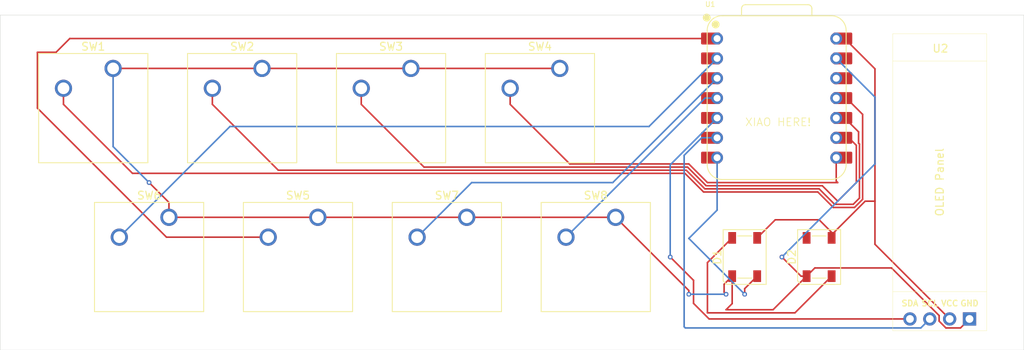
<source format=kicad_pcb>
(kicad_pcb (version 20241229) (generator "pcbnew") (generator_version "9.0")
  (layers (0 "F.Cu" signal) (2 "B.Cu" signal) (13 "F.Paste" user) (15 "B.Paste" user) (5 "F.SilkS" user "F.Silkscreen") (7 "B.SilkS" user "B.Silkscreen") (1 "F.Mask" user) (3 "B.Mask" user) (25 "Edge.Cuts" user))
  (net 0 "")
  (net 1 "GND")
  (net 2 "Net-(D1-DIN)")
  (net 3 "+5V")
  (net 4 "Net-(D1-DOUT)")
  (net 6 "Net-(U1-GPIO29{slash}ADC3{slash}A3)")
  (net 7 "Net-(U1-GPIO3{slash}MOSI)")
  (net 8 "Net-(U1-GPIO4{slash}MISO)")
  (net 9 "Net-(U1-GPIO2{slash}SCK)")
  (net 10 "Net-(U1-GPIO1{slash}RX)")
  (net 11 "Net-(U1-GPIO26{slash}ADC0{slash}A0)")
  (net 12 "Net-(U1-GPIO27{slash}ADC1{slash}A1)")
  (net 13 "Net-(U1-GPIO28{slash}ADC2{slash}A2)")
  (net 15 "Net-(U1-GPIO7{slash}SCL)")
  (net 16 "Net-(U1-GPIO6{slash}SDA)")
  (footprint "Button_Switch_Keyboard:SW_Cherry_MX_1.00u_PCB" (layer "F.Cu") (at 126.365 111.60125)
    (property "Reference" "SW5" (at -2.54 -2.794 0) (layer "F.SilkS"))
    (property "Value" "SW_Push")
    (fp_line (start -9.525 -1.905) (end 4.445 -1.905) (stroke (width 0.12)) (layer "F.SilkS"))
    (fp_line (start -9.525 12.065) (end -9.525 -1.905) (stroke (width 0.12)) (layer "F.SilkS"))
    (fp_line (start 4.445 -1.905) (end 4.445 12.065) (stroke (width 0.12)) (layer "F.SilkS"))
    (fp_line (start 4.445 12.065) (end -9.525 12.065) (stroke (width 0.12)) (layer "F.SilkS"))
    (pad "" np_thru_hole circle (at -7.62 5.08) (size 1.7 1.7) (drill 1.7) (layers "*.Cu" "*.Mask"))
    (pad "" np_thru_hole circle (at -2.54 5.08) (size 4 4) (drill 4) (layers "*.Cu" "*.Mask"))
    (pad "" np_thru_hole circle (at 2.54 5.08) (size 1.7 1.7) (drill 1.7) (layers "*.Cu" "*.Mask"))
    (pad "1" thru_hole circle (at 0 0) (size 2.2 2.2) (drill 1.5) (layers "*.Cu" "*.Mask") (net 1 "GND"))
    (pad "2" thru_hole circle (at -6.35 2.54) (size 2.2 2.2) (drill 1.5) (layers "*.Cu" "*.Mask") (net 11 "Net-(U1-GPIO26{slash}ADC0{slash}A0)"))
  )
  (footprint "Button_Switch_Keyboard:SW_Cherry_MX_1.00u_PCB" (layer "F.Cu") (at 164.465 111.60125)
    (property "Reference" "SW8" (at -2.54 -2.794 0) (layer "F.SilkS"))
    (property "Value" "SW_Push")
    (fp_line (start -9.525 -1.905) (end 4.445 -1.905) (stroke (width 0.12)) (layer "F.SilkS"))
    (fp_line (start -9.525 12.065) (end -9.525 -1.905) (stroke (width 0.12)) (layer "F.SilkS"))
    (fp_line (start 4.445 -1.905) (end 4.445 12.065) (stroke (width 0.12)) (layer "F.SilkS"))
    (fp_line (start 4.445 12.065) (end -9.525 12.065) (stroke (width 0.12)) (layer "F.SilkS"))
    (pad "" np_thru_hole circle (at -7.62 5.08) (size 1.7 1.7) (drill 1.7) (layers "*.Cu" "*.Mask"))
    (pad "" np_thru_hole circle (at -2.54 5.08) (size 4 4) (drill 4) (layers "*.Cu" "*.Mask"))
    (pad "" np_thru_hole circle (at 2.54 5.08) (size 1.7 1.7) (drill 1.7) (layers "*.Cu" "*.Mask"))
    (pad "1" thru_hole circle (at 0 0) (size 2.2 2.2) (drill 1.5) (layers "*.Cu" "*.Mask") (net 1 "GND"))
    (pad "2" thru_hole circle (at -6.35 2.54) (size 2.2 2.2) (drill 1.5) (layers "*.Cu" "*.Mask") (net 6 "Net-(U1-GPIO29{slash}ADC3{slash}A3)"))
  )
  (footprint "LED_SMD:LED_SK6812_PLCC4_5.0x5.0mm_P3.2mm" (layer "F.Cu") (at 190.5 116.68125 90)
    (property "Reference" "D2" (at 0 -3.5 90) (layer "F.SilkS"))
    (property "Value" "SK6812")
    (fp_line (start 3.5 -2.75) (end -3.05 -2.75) (stroke (width 0.12)) (layer "F.SilkS"))
    (fp_line (start -3.05 -2.75) (end -3.5 -2.3) (stroke (width 0.12)) (layer "F.SilkS"))
    (fp_line (start -3.5 -2.3) (end -3.5 2.75) (stroke (width 0.12)) (layer "F.SilkS"))
    (fp_line (start 2.7 -0.9) (end 2.7 0.9) (stroke (width 0.12)) (layer "F.SilkS"))
    (fp_line (start -2.7 -0.9) (end -2.7 0.9) (stroke (width 0.12)) (layer "F.SilkS"))
    (fp_line (start 3.5 2.75) (end 3.5 -2.75) (stroke (width 0.12)) (layer "F.SilkS"))
    (fp_line (start 3.5 2.75) (end -3.5 2.75) (stroke (width 0.12)) (layer "F.SilkS"))
    (pad "1" smd rect (at -2.45 -1.6 270) (size 1.5 1) (layers "F.Cu" "F.Mask" "F.Paste") (net 1 "GND"))
    (pad "2" smd rect (at -2.45 1.6 270) (size 1.5 1) (layers "F.Cu" "F.Mask" "F.Paste") (net 4 "Net-(D1-DOUT)"))
    (pad "3" smd rect (at 2.45 1.6 270) (size 1.5 1) (layers "F.Cu" "F.Mask" "F.Paste") (net 3 "+5V"))
    (pad "4" smd rect (at 2.45 -1.6 270) (size 1.5 1) (layers "F.Cu" "F.Mask" "F.Paste"))
  )
  (footprint "Button_Switch_Keyboard:SW_Cherry_MX_1.00u_PCB" (layer "F.Cu") (at 119.22125 92.55125)
    (property "Reference" "SW2" (at -2.54 -2.794 0) (layer "F.SilkS"))
    (property "Value" "SW_Push")
    (fp_line (start -9.525 -1.905) (end 4.445 -1.905) (stroke (width 0.12)) (layer "F.SilkS"))
    (fp_line (start -9.525 12.065) (end -9.525 -1.905) (stroke (width 0.12)) (layer "F.SilkS"))
    (fp_line (start 4.445 -1.905) (end 4.445 12.065) (stroke (width 0.12)) (layer "F.SilkS"))
    (fp_line (start 4.445 12.065) (end -9.525 12.065) (stroke (width 0.12)) (layer "F.SilkS"))
    (pad "" np_thru_hole circle (at -7.62 5.08) (size 1.7 1.7) (drill 1.7) (layers "*.Cu" "*.Mask"))
    (pad "" np_thru_hole circle (at -2.54 5.08) (size 4 4) (drill 4) (layers "*.Cu" "*.Mask"))
    (pad "" np_thru_hole circle (at 2.54 5.08) (size 1.7 1.7) (drill 1.7) (layers "*.Cu" "*.Mask"))
    (pad "1" thru_hole circle (at 0 0) (size 2.2 2.2) (drill 1.5) (layers "*.Cu" "*.Mask") (net 1 "GND"))
    (pad "2" thru_hole circle (at -6.35 2.54) (size 2.2 2.2) (drill 1.5) (layers "*.Cu" "*.Mask") (net 8 "Net-(U1-GPIO4{slash}MISO)"))
  )
  (footprint "LED_SMD:LED_SK6812_PLCC4_5.0x5.0mm_P3.2mm" (layer "F.Cu") (at 180.975 116.68125 90)
    (property "Reference" "D1" (at 0 -3.5 90) (layer "F.SilkS"))
    (property "Value" "SK6812")
    (fp_line (start 3.5 -2.75) (end -3.05 -2.75) (stroke (width 0.12)) (layer "F.SilkS"))
    (fp_line (start -3.05 -2.75) (end -3.5 -2.3) (stroke (width 0.12)) (layer "F.SilkS"))
    (fp_line (start -3.5 -2.3) (end -3.5 2.75) (stroke (width 0.12)) (layer "F.SilkS"))
    (fp_line (start 2.7 -0.9) (end 2.7 0.9) (stroke (width 0.12)) (layer "F.SilkS"))
    (fp_line (start -2.7 -0.9) (end -2.7 0.9) (stroke (width 0.12)) (layer "F.SilkS"))
    (fp_line (start 3.5 2.75) (end 3.5 -2.75) (stroke (width 0.12)) (layer "F.SilkS"))
    (fp_line (start 3.5 2.75) (end -3.5 2.75) (stroke (width 0.12)) (layer "F.SilkS"))
    (pad "1" smd rect (at -2.45 -1.6 270) (size 1.5 1) (layers "F.Cu" "F.Mask" "F.Paste") (net 1 "GND"))
    (pad "2" smd rect (at -2.45 1.6 270) (size 1.5 1) (layers "F.Cu" "F.Mask" "F.Paste") (net 2 "Net-(D1-DIN)"))
    (pad "3" smd rect (at 2.45 1.6 270) (size 1.5 1) (layers "F.Cu" "F.Mask" "F.Paste") (net 3 "+5V"))
    (pad "4" smd rect (at 2.45 -1.6 270) (size 1.5 1) (layers "F.Cu" "F.Mask" "F.Paste") (net 4 "Net-(D1-DOUT)"))
  )
  (footprint "Seeed Studio XIAO Series Library:XIAO-RP2040-DIP" (layer "F.Cu") (at 185.06924 96.34727)
    (property "Reference" "U1" (at -8.5 -12 0) (layer "F.SilkS") (effects (font (size 0.635 0.635) (thickness 0.1016))))
    (property "Value" "XIAO-RP2040-DIP")
    (fp_line (start -8.89 8.509) (end -8.89 -8.636) (stroke (width 0.127)) (layer "F.SilkS"))
    (fp_line (start -6.985 10.414) (end 6.985 10.414) (stroke (width 0.127)) (layer "F.SilkS"))
    (fp_line (start -4.495 -10.541) (end -4.491272 -11.451272) (stroke (width 0.127)) (layer "F.SilkS"))
    (fp_line (start -3.991272 -11.951) (end 4.004 -11.951) (stroke (width 0.127)) (layer "F.SilkS"))
    (fp_line (start 4.504 -11.451) (end 4.504 -10.541) (stroke (width 0.127)) (layer "F.SilkS"))
    (fp_line (start 6.985 -10.541) (end -6.985 -10.541) (stroke (width 0.1)) (layer "F.SilkS"))
    (fp_line (start 6.985 -10.541) (end -6.985 -10.541) (stroke (width 0.127)) (layer "F.SilkS"))
    (fp_line (start 8.89 8.509) (end 8.89 -8.636) (stroke (width 0.127)) (layer "F.SilkS"))
    (fp_arc (start -8.89 -8.636) (mid -8.332038 -9.983038) (end -6.985 -10.541) (stroke (width 0.127)) (layer "F.SilkS"))
    (fp_arc (start -6.985 10.414) (mid -8.332038 9.856038) (end -8.89 8.509) (stroke (width 0.127)) (layer "F.SilkS"))
    (fp_arc (start -4.491272 -11.451272) (mid -4.344728 -11.80464) (end -3.991272 -11.951) (stroke (width 0.127)) (layer "F.SilkS"))
    (fp_arc (start 4.004 -11.951) (mid 4.357553 -11.804553) (end 4.504 -11.451) (stroke (width 0.127)) (layer "F.SilkS"))
    (fp_arc (start 6.985 -10.541) (mid 8.332038 -9.983038) (end 8.89 -8.636) (stroke (width 0.127)) (layer "F.SilkS"))
    (fp_arc (start 8.89 8.509) (mid 8.332038 9.856038) (end 6.985 10.414) (stroke (width 0.127)) (layer "F.SilkS"))
    (fp_circle (center -8.95 -10.3) (end -8.95 -10.554) (stroke (width 0.5)) (fill yes) (layer "F.SilkS"))
    (fp_circle (center -7.807 -9.42) (end -7.807 -9.674) (stroke (width 0.5)) (fill yes) (layer "F.SilkS"))
    (pad "1" smd roundrect (at -8.455 -7.62 180) (size 2.432 1.524) (layers "F.Cu" "F.Mask") (roundrect_rratio 0.1) (net 11 "Net-(U1-GPIO26{slash}ADC0{slash}A0)"))
    (pad "1" thru_hole circle (at -7.62 -7.62 180) (size 1.524 1.524) (drill 0.889) (layers "*.Cu" "*.Mask") (net 11 "Net-(U1-GPIO26{slash}ADC0{slash}A0)"))
    (pad "2" smd roundrect (at -8.455 -5.08 180) (size 2.432 1.524) (layers "F.Cu" "F.Mask") (roundrect_rratio 0.1) (net 12 "Net-(U1-GPIO27{slash}ADC1{slash}A1)"))
    (pad "2" thru_hole circle (at -7.62 -5.08 180) (size 1.524 1.524) (drill 0.889) (layers "*.Cu" "*.Mask") (net 12 "Net-(U1-GPIO27{slash}ADC1{slash}A1)"))
    (pad "3" smd roundrect (at -8.455 -2.54 180) (size 2.432 1.524) (layers "F.Cu" "F.Mask") (roundrect_rratio 0.1) (net 13 "Net-(U1-GPIO28{slash}ADC2{slash}A2)"))
    (pad "3" thru_hole circle (at -7.62 -2.54 180) (size 1.524 1.524) (drill 0.889) (layers "*.Cu" "*.Mask") (net 13 "Net-(U1-GPIO28{slash}ADC2{slash}A2)"))
    (pad "4" smd roundrect (at -8.455 0 180) (size 2.432 1.524) (layers "F.Cu" "F.Mask") (roundrect_rratio 0.1) (net 6 "Net-(U1-GPIO29{slash}ADC3{slash}A3)"))
    (pad "4" thru_hole circle (at -7.62 0 180) (size 1.524 1.524) (drill 0.889) (layers "*.Cu" "*.Mask") (net 6 "Net-(U1-GPIO29{slash}ADC3{slash}A3)"))
    (pad "5" smd roundrect (at -8.455 2.54 180) (size 2.432 1.524) (layers "F.Cu" "F.Mask") (roundrect_rratio 0.1) (net 16 "Net-(U1-GPIO6{slash}SDA)"))
    (pad "5" thru_hole circle (at -7.62 2.54 180) (size 1.524 1.524) (drill 0.889) (layers "*.Cu" "*.Mask") (net 16 "Net-(U1-GPIO6{slash}SDA)"))
    (pad "6" smd roundrect (at -8.455 5.08 180) (size 2.432 1.524) (layers "F.Cu" "F.Mask") (roundrect_rratio 0.1) (net 15 "Net-(U1-GPIO7{slash}SCL)"))
    (pad "6" thru_hole circle (at -7.62 5.08 180) (size 1.524 1.524) (drill 0.889) (layers "*.Cu" "*.Mask") (net 15 "Net-(U1-GPIO7{slash}SCL)"))
    (pad "7" smd roundrect (at -8.455 7.62 180) (size 2.432 1.524) (layers "F.Cu" "F.Mask") (roundrect_rratio 0.1) (net 2 "Net-(D1-DIN)"))
    (pad "7" thru_hole circle (at -7.62 7.62 180) (size 1.524 1.524) (drill 0.889) (layers "*.Cu" "*.Mask") (net 2 "Net-(D1-DIN)"))
    (pad "8" thru_hole circle (at 7.62 7.62) (size 1.524 1.524) (drill 0.889) (layers "*.Cu" "*.Mask") (net 10 "Net-(U1-GPIO1{slash}RX)"))
    (pad "8" smd roundrect (at 8.455 7.62) (size 2.432 1.524) (layers "F.Cu" "F.Mask") (roundrect_rratio 0.1) (net 10 "Net-(U1-GPIO1{slash}RX)"))
    (pad "9" thru_hole circle (at 7.62 5.08) (size 1.524 1.524) (drill 0.889) (layers "*.Cu" "*.Mask") (net 9 "Net-(U1-GPIO2{slash}SCK)"))
    (pad "9" smd roundrect (at 8.455 5.08) (size 2.432 1.524) (layers "F.Cu" "F.Mask") (roundrect_rratio 0.1) (net 9 "Net-(U1-GPIO2{slash}SCK)"))
    (pad "10" thru_hole circle (at 7.62 2.54) (size 1.524 1.524) (drill 0.889) (layers "*.Cu" "*.Mask") (net 8 "Net-(U1-GPIO4{slash}MISO)"))
    (pad "10" smd roundrect (at 8.455 2.54) (size 2.432 1.524) (layers "F.Cu" "F.Mask") (roundrect_rratio 0.1) (net 8 "Net-(U1-GPIO4{slash}MISO)"))
    (pad "11" thru_hole circle (at 7.62 0) (size 1.524 1.524) (drill 0.889) (layers "*.Cu" "*.Mask") (net 7 "Net-(U1-GPIO3{slash}MOSI)"))
    (pad "11" smd roundrect (at 8.455 0) (size 2.432 1.524) (layers "F.Cu" "F.Mask") (roundrect_rratio 0.1) (net 7 "Net-(U1-GPIO3{slash}MOSI)"))
    (pad "12" thru_hole circle (at 7.62 -2.54) (size 1.524 1.524) (drill 0.889) (layers "*.Cu" "*.Mask"))
    (pad "12" smd roundrect (at 8.455 -2.54) (size 2.432 1.524) (layers "F.Cu" "F.Mask") (roundrect_rratio 0.1))
    (pad "13" thru_hole circle (at 7.62 -5.08) (size 1.524 1.524) (drill 0.889) (layers "*.Cu" "*.Mask") (net 1 "GND"))
    (pad "13" smd roundrect (at 8.455 -5.08) (size 2.432 1.524) (layers "F.Cu" "F.Mask") (roundrect_rratio 0.1) (net 1 "GND"))
    (pad "14" thru_hole circle (at 7.62 -7.62) (size 1.524 1.524) (drill 0.889) (layers "*.Cu" "*.Mask") (net 3 "+5V"))
    (pad "14" smd roundrect (at 8.455 -7.62) (size 2.432 1.524) (layers "F.Cu" "F.Mask") (roundrect_rratio 0.1) (net 3 "+5V"))
  )
  (footprint "Button_Switch_Keyboard:SW_Cherry_MX_1.00u_PCB" (layer "F.Cu") (at 107.315 111.60125)
    (property "Reference" "SW6" (at -2.54 -2.794 0) (layer "F.SilkS"))
    (property "Value" "SW_Push")
    (fp_line (start -9.525 -1.905) (end 4.445 -1.905) (stroke (width 0.12)) (layer "F.SilkS"))
    (fp_line (start -9.525 12.065) (end -9.525 -1.905) (stroke (width 0.12)) (layer "F.SilkS"))
    (fp_line (start 4.445 -1.905) (end 4.445 12.065) (stroke (width 0.12)) (layer "F.SilkS"))
    (fp_line (start 4.445 12.065) (end -9.525 12.065) (stroke (width 0.12)) (layer "F.SilkS"))
    (pad "" np_thru_hole circle (at -7.62 5.08) (size 1.7 1.7) (drill 1.7) (layers "*.Cu" "*.Mask"))
    (pad "" np_thru_hole circle (at -2.54 5.08) (size 4 4) (drill 4) (layers "*.Cu" "*.Mask"))
    (pad "" np_thru_hole circle (at 2.54 5.08) (size 1.7 1.7) (drill 1.7) (layers "*.Cu" "*.Mask"))
    (pad "1" thru_hole circle (at 0 0) (size 2.2 2.2) (drill 1.5) (layers "*.Cu" "*.Mask") (net 1 "GND"))
    (pad "2" thru_hole circle (at -6.35 2.54) (size 2.2 2.2) (drill 1.5) (layers "*.Cu" "*.Mask") (net 12 "Net-(U1-GPIO27{slash}ADC1{slash}A1)"))
  )
  (footprint "Button_Switch_Keyboard:SW_Cherry_MX_1.00u_PCB" (layer "F.Cu") (at 100.17125 92.55125)
    (property "Reference" "SW1" (at -2.54 -2.794 0) (layer "F.SilkS"))
    (property "Value" "SW_Push")
    (fp_line (start -9.525 -1.905) (end 4.445 -1.905) (stroke (width 0.12)) (layer "F.SilkS"))
    (fp_line (start -9.525 12.065) (end -9.525 -1.905) (stroke (width 0.12)) (layer "F.SilkS"))
    (fp_line (start 4.445 -1.905) (end 4.445 12.065) (stroke (width 0.12)) (layer "F.SilkS"))
    (fp_line (start 4.445 12.065) (end -9.525 12.065) (stroke (width 0.12)) (layer "F.SilkS"))
    (pad "" np_thru_hole circle (at -7.62 5.08) (size 1.7 1.7) (drill 1.7) (layers "*.Cu" "*.Mask"))
    (pad "" np_thru_hole circle (at -2.54 5.08) (size 4 4) (drill 4) (layers "*.Cu" "*.Mask"))
    (pad "" np_thru_hole circle (at 2.54 5.08) (size 1.7 1.7) (drill 1.7) (layers "*.Cu" "*.Mask"))
    (pad "1" thru_hole circle (at 0 0) (size 2.2 2.2) (drill 1.5) (layers "*.Cu" "*.Mask") (net 1 "GND"))
    (pad "2" thru_hole circle (at -6.35 2.54) (size 2.2 2.2) (drill 1.5) (layers "*.Cu" "*.Mask") (net 7 "Net-(U1-GPIO3{slash}MOSI)"))
  )
  (footprint "KiCad-SSD1306-0.91-OLED-4pin-128x32.pretty-master:SSD1306-0.91-OLED-4pin-128x32" (layer "F.Cu") (at 211.93125 88.10625 -90)
    (property "Reference" "U2" (at 1.9 5.91 0) (layer "F.SilkS"))
    (property "Value" "~")
    (fp_line (start 0 12) (end 38 12) (stroke (width 0.04)) (layer "F.SilkS"))
    (fp_line (start 38 12) (end 38 0) (stroke (width 0.04)) (layer "F.SilkS"))
    (fp_line (start 0 0) (end 0 12) (stroke (width 0.04)) (layer "F.SilkS"))
    (fp_line (start 3.5 0) (end 3.5 12) (stroke (width 0.04)) (layer "F.SilkS"))
    (fp_line (start 33 0) (end 33 12) (stroke (width 0.04)) (layer "F.SilkS"))
    (fp_line (start 38 0) (end 0 0) (stroke (width 0.04)) (layer "F.SilkS"))
    (fp_text user "GND" (at 34.5 2.19 0) (layer "F.SilkS") (effects (font (size 0.75 0.75))))
    (fp_text user "OLED Panel" (at 19 6 90) (layer "F.SilkS"))
    (fp_text user "SCL" (at 34.5 7.27 0) (layer "F.SilkS") (effects (font (size 0.75 0.75))))
    (fp_text user "VCC" (at 34.5 4.73 0) (layer "F.SilkS") (effects (font (size 0.75 0.75))))
    (fp_text user "SDA" (at 34.5 9.81 0) (layer "F.SilkS") (effects (font (size 0.75 0.75))))
    (pad "1" thru_hole rect (at 36.5 2.19 270) (size 1.7 1.7) (drill 1) (layers "*.Cu" "*.Mask") (net 1 "GND"))
    (pad "2" thru_hole oval (at 36.5 4.73 270) (size 1.7 1.7) (drill 1) (layers "*.Cu" "*.Mask") (net 3 "+5V"))
    (pad "3" thru_hole oval (at 36.5 7.27 270) (size 1.7 1.7) (drill 1) (layers "*.Cu" "*.Mask") (net 15 "Net-(U1-GPIO7{slash}SCL)"))
    (pad "4" thru_hole oval (at 36.5 9.81 270) (size 1.7 1.7) (drill 1) (layers "*.Cu" "*.Mask") (net 16 "Net-(U1-GPIO6{slash}SDA)"))
  )
  (footprint "Button_Switch_Keyboard:SW_Cherry_MX_1.00u_PCB" (layer "F.Cu") (at 138.27125 92.55125)
    (property "Reference" "SW3" (at -2.54 -2.794 0) (layer "F.SilkS"))
    (property "Value" "SW_Push")
    (fp_line (start -9.525 -1.905) (end 4.445 -1.905) (stroke (width 0.12)) (layer "F.SilkS"))
    (fp_line (start -9.525 12.065) (end -9.525 -1.905) (stroke (width 0.12)) (layer "F.SilkS"))
    (fp_line (start 4.445 -1.905) (end 4.445 12.065) (stroke (width 0.12)) (layer "F.SilkS"))
    (fp_line (start 4.445 12.065) (end -9.525 12.065) (stroke (width 0.12)) (layer "F.SilkS"))
    (pad "" np_thru_hole circle (at -7.62 5.08) (size 1.7 1.7) (drill 1.7) (layers "*.Cu" "*.Mask"))
    (pad "" np_thru_hole circle (at -2.54 5.08) (size 4 4) (drill 4) (layers "*.Cu" "*.Mask"))
    (pad "" np_thru_hole circle (at 2.54 5.08) (size 1.7 1.7) (drill 1.7) (layers "*.Cu" "*.Mask"))
    (pad "1" thru_hole circle (at 0 0) (size 2.2 2.2) (drill 1.5) (layers "*.Cu" "*.Mask") (net 1 "GND"))
    (pad "2" thru_hole circle (at -6.35 2.54) (size 2.2 2.2) (drill 1.5) (layers "*.Cu" "*.Mask") (net 9 "Net-(U1-GPIO2{slash}SCK)"))
  )
  (footprint "Button_Switch_Keyboard:SW_Cherry_MX_1.00u_PCB" (layer "F.Cu") (at 145.415 111.60125)
    (property "Reference" "SW7" (at -2.54 -2.794 0) (layer "F.SilkS"))
    (property "Value" "SW_Push")
    (fp_line (start -9.525 -1.905) (end 4.445 -1.905) (stroke (width 0.12)) (layer "F.SilkS"))
    (fp_line (start -9.525 12.065) (end -9.525 -1.905) (stroke (width 0.12)) (layer "F.SilkS"))
    (fp_line (start 4.445 -1.905) (end 4.445 12.065) (stroke (width 0.12)) (layer "F.SilkS"))
    (fp_line (start 4.445 12.065) (end -9.525 12.065) (stroke (width 0.12)) (layer "F.SilkS"))
    (pad "" np_thru_hole circle (at -7.62 5.08) (size 1.7 1.7) (drill 1.7) (layers "*.Cu" "*.Mask"))
    (pad "" np_thru_hole circle (at -2.54 5.08) (size 4 4) (drill 4) (layers "*.Cu" "*.Mask"))
    (pad "" np_thru_hole circle (at 2.54 5.08) (size 1.7 1.7) (drill 1.7) (layers "*.Cu" "*.Mask"))
    (pad "1" thru_hole circle (at 0 0) (size 2.2 2.2) (drill 1.5) (layers "*.Cu" "*.Mask") (net 1 "GND"))
    (pad "2" thru_hole circle (at -6.35 2.54) (size 2.2 2.2) (drill 1.5) (layers "*.Cu" "*.Mask") (net 13 "Net-(U1-GPIO28{slash}ADC2{slash}A2)"))
  )
  (footprint "Button_Switch_Keyboard:SW_Cherry_MX_1.00u_PCB" (layer "F.Cu") (at 157.32125 92.55125)
    (property "Reference" "SW4" (at -2.54 -2.794 0) (layer "F.SilkS"))
    (property "Value" "SW_Push")
    (fp_line (start -9.525 -1.905) (end 4.445 -1.905) (stroke (width 0.12)) (layer "F.SilkS"))
    (fp_line (start -9.525 12.065) (end -9.525 -1.905) (stroke (width 0.12)) (layer "F.SilkS"))
    (fp_line (start 4.445 -1.905) (end 4.445 12.065) (stroke (width 0.12)) (layer "F.SilkS"))
    (fp_line (start 4.445 12.065) (end -9.525 12.065) (stroke (width 0.12)) (layer "F.SilkS"))
    (pad "" np_thru_hole circle (at -7.62 5.08) (size 1.7 1.7) (drill 1.7) (layers "*.Cu" "*.Mask"))
    (pad "" np_thru_hole circle (at -2.54 5.08) (size 4 4) (drill 4) (layers "*.Cu" "*.Mask"))
    (pad "" np_thru_hole circle (at 2.54 5.08) (size 1.7 1.7) (drill 1.7) (layers "*.Cu" "*.Mask"))
    (pad "1" thru_hole circle (at 0 0) (size 2.2 2.2) (drill 1.5) (layers "*.Cu" "*.Mask") (net 1 "GND"))
    (pad "2" thru_hole circle (at -6.35 2.54) (size 2.2 2.2) (drill 1.5) (layers "*.Cu" "*.Mask") (net 10 "Net-(U1-GPIO1{slash}RX)"))
  )
  (gr_rect (start 85.725 85.725) (end 216.69375 128.5875) (stroke (width 0.05)) (fill no) (layer "Edge.Cuts"))
  (gr_text "XIAO HERE!" (at 180.975 100.0125 0) (layer "F.SilkS") (effects (font (size 1 1) (thickness 0.1)) (justify left bottom)))
  (segment (start 184.60725 123.424) (end 178.59375 123.424) (width 0.2) (layer "F.Cu") (net 1))
  (segment (start 145.415 111.60125) (end 126.365 111.60125) (width 0.2) (layer "F.Cu") (net 1))
  (segment (start 179.375 119.13125) (end 178.34375 120.1625) (width 0.2) (layer "F.Cu") (net 1))
  (segment (start 199.76301 118.08025) (end 189.951 118.08025) (width 0.2) (layer "F.Cu") (net 1))
  (segment (start 205.8529 124.88566) (end 205.8529 124.17014) (width 0.2) (layer "F.Cu") (net 1))
  (segment (start 188.9 119.13125) (end 184.60725 123.424) (width 0.2) (layer "F.Cu") (net 1))
  (segment (start 188.9 119.13125) (end 188.1875 119.13125) (width 0.2) (layer "F.Cu") (net 1))
  (segment (start 126.365 111.60125) (end 107.315 111.60125) (width 0.2) (layer "F.Cu") (net 1))
  (segment (start 205.8529 124.17014) (end 199.76301 118.08025) (width 0.2) (layer "F.Cu") (net 1))
  (segment (start 138.27125 92.55125) (end 157.32125 92.55125) (width 0.2) (layer "F.Cu") (net 1))
  (segment (start 173.83125 121.44375) (end 173.83125 120.9675) (width 0.2) (layer "F.Cu") (net 1))
  (segment (start 107.315 109.69625) (end 104.775 107.15625) (width 0.2) (layer "F.Cu") (net 1))
  (segment (start 179.375 122.64275) (end 179.375 119.13125) (width 0.2) (layer "F.Cu") (net 1))
  (segment (start 138.27125 92.55125) (end 119.22125 92.55125) (width 0.2) (layer "F.Cu") (net 1))
  (segment (start 209.74125 124.60625) (end 208.59025 125.75725) (width 0.2) (layer "F.Cu") (net 1))
  (segment (start 188.1875 119.13125) (end 185.7375 116.68125) (width 0.2) (layer "F.Cu") (net 1))
  (segment (start 107.315 111.60125) (end 107.315 109.69625) (width 0.2) (layer "F.Cu") (net 1))
  (segment (start 164.465 111.60125) (end 145.415 111.60125) (width 0.2) (layer "F.Cu") (net 1))
  (segment (start 206.72449 125.75725) (end 205.8529 124.88566) (width 0.2) (layer "F.Cu") (net 1))
  (segment (start 208.59025 125.75725) (end 206.72449 125.75725) (width 0.2) (layer "F.Cu") (net 1))
  (segment (start 178.34375 121.19375) (end 178.59375 121.44375) (width 0.2) (layer "F.Cu") (net 1))
  (segment (start 100.17125 92.55125) (end 119.22125 92.55125) (width 0.2) (layer "F.Cu") (net 1))
  (segment (start 178.59375 123.424) (end 179.375 122.64275) (width 0.2) (layer "F.Cu") (net 1))
  (segment (start 173.83125 120.9675) (end 164.465 111.60125) (width 0.2) (layer "F.Cu") (net 1))
  (segment (start 178.34375 120.1625) (end 178.34375 121.19375) (width 0.2) (layer "F.Cu") (net 1))
  (segment (start 189.951 118.08025) (end 188.9 119.13125) (width 0.2) (layer "F.Cu") (net 1))
  (via (at 185.7375 116.68125) (size 0.6) (drill 0.3) (layers "F.Cu" "B.Cu") (net 1))
  (via (at 173.83125 121.44375) (size 0.6) (drill 0.3) (layers "F.Cu" "B.Cu") (net 1))
  (via (at 104.775 107.15625) (size 0.6) (drill 0.3) (layers "F.Cu" "B.Cu") (net 1))
  (via (at 178.59375 121.44375) (size 0.6) (drill 0.3) (layers "F.Cu" "B.Cu") (net 1))
  (segment (start 197.64375 104.775) (end 197.64375 96.22178) (width 0.2) (layer "B.Cu") (net 1))
  (segment (start 197.64375 96.22178) (end 192.68924 91.26727) (width 0.2) (layer "B.Cu") (net 1))
  (segment (start 104.775 107.15625) (end 100.17125 102.5525) (width 0.2) (layer "B.Cu") (net 1))
  (segment (start 185.7375 116.68125) (end 197.64375 104.775) (width 0.2) (layer "B.Cu") (net 1))
  (segment (start 178.59375 121.44375) (end 173.83125 121.44375) (width 0.2) (layer "B.Cu") (net 1))
  (segment (start 100.17125 102.5525) (end 100.17125 92.55125) (width 0.2) (layer "B.Cu") (net 1))
  (segment (start 180.975 120.73125) (end 180.975 121.44375) (width 0.2) (layer "F.Cu") (net 2))
  (segment (start 182.575 119.13125) (end 180.975 120.73125) (width 0.2) (layer "F.Cu") (net 2))
  (via (at 180.975 121.44375) (size 0.6) (drill 0.3) (layers "F.Cu" "B.Cu") (net 2))
  (segment (start 177.44924 110.68201) (end 177.44924 103.96727) (width 0.2) (layer "B.Cu") (net 2))
  (segment (start 180.975 121.44375) (end 173.83125 114.3) (width 0.2) (layer "B.Cu") (net 2))
  (segment (start 173.83125 114.3) (end 177.44924 110.68201) (width 0.2) (layer "B.Cu") (net 2))
  (segment (start 197.64375 92.60415) (end 197.64375 109.5375) (width 0.2) (layer "F.Cu") (net 3))
  (segment (start 190.5 111.91875) (end 192.1 113.51875) (width 0.2) (layer "F.Cu") (net 3))
  (segment (start 193.76687 88.72727) (end 197.64375 92.60415) (width 0.2) (layer "F.Cu") (net 3))
  (segment (start 192.1 113.51875) (end 192.1 114.23125) (width 0.2) (layer "F.Cu") (net 3))
  (segment (start 197.64375 115.04875) (end 207.20125 124.60625) (width 0.2) (layer "F.Cu") (net 3))
  (segment (start 197.64375 109.5375) (end 197.64375 115.04875) (width 0.2) (layer "F.Cu") (net 3))
  (segment (start 196.3967 109.5375) (end 197.64375 109.5375) (width 0.2) (layer "F.Cu") (net 3))
  (segment (start 192.1 113.8342) (end 196.3967 109.5375) (width 0.2) (layer "F.Cu") (net 3))
  (segment (start 193.76687 88.72727) (end 192.68924 88.72727) (width 0.2) (layer "F.Cu") (net 3))
  (segment (start 192.1 114.23125) (end 192.1 113.8342) (width 0.2) (layer "F.Cu") (net 3))
  (segment (start 182.575 114.23125) (end 184.8875 111.91875) (width 0.2) (layer "F.Cu") (net 3))
  (segment (start 184.8875 111.91875) (end 190.5 111.91875) (width 0.2) (layer "F.Cu") (net 3))
  (segment (start 176.2125 123.825) (end 187.40625 123.825) (width 0.2) (layer "F.Cu") (net 4))
  (segment (start 176.2125 117.39375) (end 176.2125 123.825) (width 0.2) (layer "F.Cu") (net 4))
  (segment (start 187.40625 123.825) (end 192.1 119.13125) (width 0.2) (layer "F.Cu") (net 4))
  (segment (start 179.375 114.23125) (end 176.2125 117.39375) (width 0.2) (layer "F.Cu") (net 4))
  (segment (start 158.115 114.14125) (end 175.90898 96.34727) (width 0.2) (layer "B.Cu") (net 6))
  (segment (start 175.90898 96.34727) (end 177.44924 96.34727) (width 0.2) (layer "B.Cu") (net 6))
  (segment (start 192.68924 96.34727) (end 193.97852 96.34727) (width 0.2) (layer "F.Cu") (net 7))
  (segment (start 196.0645 98.43325) (end 196.0645 109.3026) (width 0.2) (layer "F.Cu") (net 7))
  (segment (start 196.0645 109.3026) (end 195.0276 110.3395) (width 0.2) (layer "F.Cu") (net 7))
  (segment (start 193.97852 96.34727) (end 196.0645 98.43325) (width 0.2) (layer "F.Cu") (net 7))
  (segment (start 192.31415 110.3395) (end 190.3339 108.35925) (width 0.2) (layer "F.Cu") (net 7))
  (segment (start 190.3339 108.35925) (end 175.7142 108.35925) (width 0.2) (layer "F.Cu") (net 7))
  (segment (start 173.33295 105.978) (end 102.653184 105.978) (width 0.2) (layer "F.Cu") (net 7))
  (segment (start 93.82125 97.146066) (end 93.82125 95.09125) (width 0.2) (layer "F.Cu") (net 7))
  (segment (start 102.653184 105.978) (end 93.82125 97.146066) (width 0.2) (layer "F.Cu") (net 7))
  (segment (start 195.0276 110.3395) (end 192.31415 110.3395) (width 0.2) (layer "F.Cu") (net 7))
  (segment (start 175.7142 108.35925) (end 173.33295 105.978) (width 0.2) (layer "F.Cu") (net 7))
  (segment (start 194.8615 109.9385) (end 192.48025 109.9385) (width 0.2) (layer "F.Cu") (net 8))
  (segment (start 195.6635 109.1365) (end 194.8615 109.9385) (width 0.2) (layer "F.Cu") (net 8))
  (segment (start 112.87125 97.146066) (end 112.87125 95.09125) (width 0.2) (layer "F.Cu") (net 8))
  (segment (start 193.76687 98.88727) (end 195.54605 100.66645) (width 0.2) (layer "F.Cu") (net 8))
  (segment (start 195.54605 102.1102) (end 195.6635 102.22765) (width 0.2) (layer "F.Cu") (net 8))
  (segment (start 192.48025 109.9385) (end 190.5 107.95825) (width 0.2) (layer "F.Cu") (net 8))
  (segment (start 192.68924 98.88727) (end 193.76687 98.88727) (width 0.2) (layer "F.Cu") (net 8))
  (segment (start 121.302184 105.577) (end 112.87125 97.146066) (width 0.2) (layer "F.Cu") (net 8))
  (segment (start 195.54605 100.66645) (end 195.54605 102.1102) (width 0.2) (layer "F.Cu") (net 8))
  (segment (start 190.5 107.95825) (end 175.8803 107.95825) (width 0.2) (layer "F.Cu") (net 8))
  (segment (start 195.6635 102.22765) (end 195.6635 109.1365) (width 0.2) (layer "F.Cu") (net 8))
  (segment (start 173.49905 105.577) (end 121.302184 105.577) (width 0.2) (layer "F.Cu") (net 8))
  (segment (start 175.8803 107.95825) (end 173.49905 105.577) (width 0.2) (layer "F.Cu") (net 8))
  (segment (start 139.951184 105.176) (end 131.92125 97.146066) (width 0.2) (layer "F.Cu") (net 9))
  (segment (start 131.92125 97.146066) (end 131.92125 95.09125) (width 0.2) (layer "F.Cu") (net 9))
  (segment (start 190.901 107.55725) (end 176.0464 107.55725) (width 0.2) (layer "F.Cu") (net 9))
  (segment (start 192.68924 101.42727) (end 194.29602 101.42727) (width 0.2) (layer "F.Cu") (net 9))
  (segment (start 195.2625 107.15625) (end 192.88125 109.5375) (width 0.2) (layer "F.Cu") (net 9))
  (segment (start 194.29602 101.42727) (end 195.2625 102.39375) (width 0.2) (layer "F.Cu") (net 9))
  (segment (start 195.2625 102.39375) (end 195.2625 107.15625) (width 0.2) (layer "F.Cu") (net 9))
  (segment (start 192.88125 109.5375) (end 190.901 107.55725) (width 0.2) (layer "F.Cu") (net 9))
  (segment (start 173.66515 105.176) (end 139.951184 105.176) (width 0.2) (layer "F.Cu") (net 9))
  (segment (start 176.0464 107.55725) (end 173.66515 105.176) (width 0.2) (layer "F.Cu") (net 9))
  (segment (start 158.600184 104.775) (end 150.97125 97.146066) (width 0.2) (layer "F.Cu") (net 10))
  (segment (start 150.97125 97.146066) (end 150.97125 95.09125) (width 0.2) (layer "F.Cu") (net 10))
  (segment (start 176.2125 107.15625) (end 173.83125 104.775) (width 0.2) (layer "F.Cu") (net 10))
  (segment (start 173.83125 104.775) (end 158.600184 104.775) (width 0.2) (layer "F.Cu") (net 10))
  (segment (start 192.68924 103.96727) (end 192.68924 106.96424) (width 0.2) (layer "F.Cu") (net 10))
  (segment (start 192.88125 107.15625) (end 176.2125 107.15625) (width 0.2) (layer "F.Cu") (net 10))
  (segment (start 192.68924 106.96424) (end 192.88125 107.15625) (width 0.2) (layer "F.Cu") (net 10))
  (segment (start 90.4875 90.4875) (end 92.86875 90.4875) (width 0.2) (layer "F.Cu") (net 11))
  (segment (start 94.62898 88.72727) (end 176.61424 88.72727) (width 0.2) (layer "F.Cu") (net 11))
  (segment (start 120.015 114.14125) (end 106.9975 114.14125) (width 0.2) (layer "F.Cu") (net 11))
  (segment (start 90.4875 97.63125) (end 90.4875 90.4875) (width 0.2) (layer "F.Cu") (net 11))
  (segment (start 92.86875 90.4875) (end 94.62898 88.72727) (width 0.2) (layer "F.Cu") (net 11))
  (segment (start 106.9975 114.14125) (end 90.4875 97.63125) (width 0.2) (layer "F.Cu") (net 11))
  (segment (start 168.73426 99.98225) (end 177.44924 91.26727) (width 0.2) (layer "B.Cu") (net 12))
  (segment (start 115.124 99.98225) (end 168.73426 99.98225) (width 0.2) (layer "B.Cu") (net 12))
  (segment (start 100.965 114.14125) (end 115.124 99.98225) (width 0.2) (layer "B.Cu") (net 12))
  (segment (start 146.05 107.15625) (end 164.10026 107.15625) (width 0.2) (layer "B.Cu") (net 13))
  (segment (start 164.10026 107.15625) (end 177.44924 93.80727) (width 0.2) (layer "B.Cu") (net 13))
  (segment (start 139.065 114.14125) (end 146.05 107.15625) (width 0.2) (layer "B.Cu") (net 13))
  (segment (start 173.23025 125.60525) (end 173.38225 125.75725) (width 0.2) (layer "B.Cu") (net 15))
  (segment (start 173.38225 125.75725) (end 203.51025 125.75725) (width 0.2) (layer "B.Cu") (net 15))
  (segment (start 203.51025 125.75725) (end 204.66125 124.60625) (width 0.2) (layer "B.Cu") (net 15))
  (segment (start 175.47634 101.42727) (end 173.23025 103.67336) (width 0.2) (layer "B.Cu") (net 15))
  (segment (start 177.44924 101.42727) (end 175.47634 101.42727) (width 0.2) (layer "B.Cu") (net 15))
  (segment (start 173.23025 103.67336) (end 173.23025 125.60525) (width 0.2) (layer "B.Cu") (net 15))
  (segment (start 174.43225 122.61185) (end 176.42665 124.60625) (width 0.2) (layer "F.Cu") (net 16))
  (segment (start 174.43225 119.6635) (end 174.43225 122.61185) (width 0.2) (layer "F.Cu") (net 16))
  (segment (start 176.42665 124.60625) (end 202.12125 124.60625) (width 0.2) (layer "F.Cu") (net 16))
  (segment (start 171.45 116.68125) (end 174.43225 119.6635) (width 0.2) (layer "F.Cu") (net 16))
  (via (at 171.45 116.68125) (size 0.6) (drill 0.3) (layers "F.Cu" "B.Cu") (net 16))
  (segment (start 177.44924 98.88727) (end 171.45 104.88651) (width 0.2) (layer "B.Cu") (net 16))
  (segment (start 171.45 104.88651) (end 171.45 116.68125) (width 0.2) (layer "B.Cu") (net 16))
)
</source>
